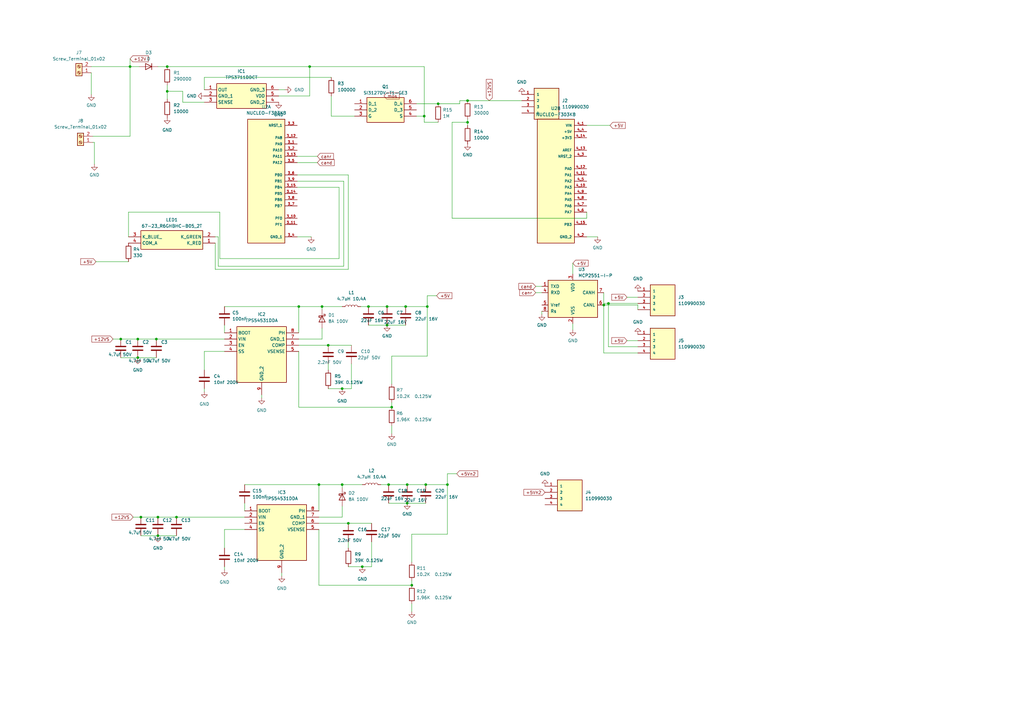
<source format=kicad_sch>
(kicad_sch (version 20230121) (generator eeschema)
  (paper "A3")
  (lib_symbols
    (symbol "110990030:110990030" (pin_names (offset 1.016))
      (property "Reference" "J" (at -5.08 5.842 0))
      (property "Value" "110990030" (at -5.08 -8.382 0))
      (symbol "110990030_0_0"
        (rectangle (start -5.08 -7.62) (end 5.08 5.08) (stroke (width 0.254)) (fill (type background)))
        (pin passive line (at -10.16 2.54 0) (length 5.08) (name "1") (number "1"))
        (pin passive line (at -10.16 0 0) (length 5.08) (name "2") (number "2"))
        (pin passive line (at -10.16 -2.54 0) (length 5.08) (name "3") (number "3"))
        (pin passive line (at -10.16 -5.08 0) (length 5.08) (name "4") (number "4"))
      )
    )
    (symbol "67-23_R6GHBHC-B05_2T:67-23_R6GHBHC-B05_2T"
      (property "Reference" "LED" (at 31.75 7.62 0))
      (property "Value" "67-23_R6GHBHC-B05_2T" (at 31.75 5.08 0))
      (symbol "67-23_R6GHBHC-B05_2T_1_1"
        (rectangle (start 5.08 2.54) (end 30.48 -5.08) (stroke (width 0.254)) (fill (type background)))
        (pin passive line (at 35.56 -2.54 180) (length 5.08) (name "K_RED") (number "1"))
        (pin passive line (at 35.56 0 180) (length 5.08) (name "K_GREEN") (number "2"))
        (pin passive line (at 0 0 0) (length 5.08) (name "K_BLUE_") (number "3"))
        (pin passive line (at 0 -2.54 0) (length 5.08) (name "COM_A") (number "4"))
      )
    )
    (symbol "Connector:Screw_Terminal_01x02" (pin_names (offset 1.016) hide)
      (property "Reference" "J" (at 0 2.54 0))
      (property "Value" "Screw_Terminal_01x02" (at 0 -5.08 0))
      (symbol "Screw_Terminal_01x02_1_1"
        (rectangle (start -1.27 1.27) (end 1.27 -3.81) (stroke (width 0.254)) (fill (type background)))
        (circle (center 0 -2.54) (radius 0.635) (stroke (width 0.1524)))
        (polyline (pts (xy -0.5334 -2.2098) (xy 0.3302 -3.048)) (stroke (width 0.1524)))
        (polyline (pts (xy -0.5334 0.3302) (xy 0.3302 -0.508)) (stroke (width 0.1524)))
        (polyline (pts (xy -0.3556 -2.032) (xy 0.508 -2.8702)) (stroke (width 0.1524)))
        (polyline (pts (xy -0.3556 0.508) (xy 0.508 -0.3302)) (stroke (width 0.1524)))
        (circle (center 0 0) (radius 0.635) (stroke (width 0.1524)))
        (pin passive line (at -5.08 0 0) (length 3.81) (name "Pin_1") (number "1"))
        (pin passive line (at -5.08 -2.54 0) (length 3.81) (name "Pin_2") (number "2"))
      )
    )
    (symbol "Device:C" (pin_numbers hide) (pin_names (offset 0.254))
      (property "Reference" "C" (at 0.635 2.54 0))
      (property "Value" "C" (at 0.635 -2.54 0))
      (symbol "C_0_1"
        (polyline (pts (xy -2.032 -0.762) (xy 2.032 -0.762)) (stroke (width 0.508)))
        (polyline (pts (xy -2.032 0.762) (xy 2.032 0.762)) (stroke (width 0.508)))
      )
      (symbol "C_1_1"
        (pin passive line (at 0 3.81 270) (length 2.794) (name "~") (number "1"))
        (pin passive line (at 0 -3.81 90) (length 2.794) (name "~") (number "2"))
      )
    )
    (symbol "Device:D" (pin_numbers hide) (pin_names (offset 1.016) hide)
      (property "Reference" "D" (at 0 2.54 0))
      (property "Value" "D" (at 0 -2.54 0))
      (symbol "D_0_1"
        (polyline (pts (xy -1.27 1.27) (xy -1.27 -1.27)) (stroke (width 0.254)))
        (polyline (pts (xy 1.27 0) (xy -1.27 0)))
        (polyline (pts (xy 1.27 1.27) (xy 1.27 -1.27) (xy -1.27 0) (xy 1.27 1.27)) (stroke (width 0.254)))
      )
      (symbol "D_1_1"
        (pin passive line (at -3.81 0 0) (length 2.54) (name "K") (number "1"))
        (pin passive line (at 3.81 0 180) (length 2.54) (name "A") (number "2"))
      )
    )
    (symbol "Device:D_Schottky" (pin_numbers hide) (pin_names (offset 1.016) hide)
      (property "Reference" "D" (at 0 2.54 0))
      (property "Value" "D_Schottky" (at 0 -2.54 0))
      (symbol "D_Schottky_0_1"
        (polyline (pts (xy 1.27 0) (xy -1.27 0)))
        (polyline (pts (xy 1.27 1.27) (xy 1.27 -1.27) (xy -1.27 0) (xy 1.27 1.27)) (stroke (width 0.254)))
        (polyline (pts (xy -1.905 0.635) (xy -1.905 1.27) (xy -1.27 1.27) (xy -1.27 -1.27) (xy -0.635 -1.27) (xy -0.635 -0.635)) (stroke (width 0.254)))
      )
      (symbol "D_Schottky_1_1"
        (pin passive line (at -3.81 0 0) (length 2.54) (name "K") (number "1"))
        (pin passive line (at 3.81 0 180) (length 2.54) (name "A") (number "2"))
      )
    )
    (symbol "Device:L" (pin_numbers hide) (pin_names (offset 1.016) hide)
      (property "Reference" "L" (at -1.27 0 90))
      (property "Value" "L" (at 1.905 0 90))
      (symbol "L_0_1"
        (arc (start 0 -2.54) (mid 0.6323 -1.905) (end 0 -1.27))
        (arc (start 0 -1.27) (mid 0.6323 -0.635) (end 0 0))
        (arc (start 0 0) (mid 0.6323 0.635) (end 0 1.27))
        (arc (start 0 1.27) (mid 0.6323 1.905) (end 0 2.54))
      )
      (symbol "L_1_1"
        (pin passive line (at 0 3.81 270) (length 1.27) (name "1") (number "1"))
        (pin passive line (at 0 -3.81 90) (length 1.27) (name "2") (number "2"))
      )
    )
    (symbol "Device:R" (pin_numbers hide) (pin_names (offset 0))
      (property "Reference" "R" (at 2.032 0 90))
      (property "Value" "R" (at 0 0 90))
      (symbol "R_0_1"
        (rectangle (start -1.016 -2.54) (end 1.016 2.54) (stroke (width 0.254)))
      )
      (symbol "R_1_1"
        (pin passive line (at 0 3.81 270) (length 1.27) (name "~") (number "1"))
        (pin passive line (at 0 -3.81 90) (length 1.27) (name "~") (number "2"))
      )
    )
    (symbol "Interface_CAN_LIN:MCP2551-I-P" (pin_names (offset 1.016))
      (property "Reference" "U" (at -10.16 8.89 0))
      (property "Value" "MCP2551-I-P" (at 2.54 8.89 0))
      (symbol "MCP2551-I-P_0_1"
        (rectangle (start -10.16 7.62) (end 10.16 -7.62) (stroke (width 0.254)) (fill (type background)))
      )
      (symbol "MCP2551-I-P_1_1"
        (pin input line (at -12.7 5.08 0) (length 2.54) (name "TXD") (number "1"))
        (pin power_in line (at 0 -10.16 90) (length 2.54) (name "VSS") (number "2"))
        (pin power_in line (at 0 10.16 270) (length 2.54) (name "VDD") (number "3"))
        (pin output line (at -12.7 2.54 0) (length 2.54) (name "RXD") (number "4"))
        (pin power_out line (at -12.7 -2.54 0) (length 2.54) (name "Vref") (number "5"))
        (pin bidirectional line (at 12.7 -2.54 180) (length 2.54) (name "CANL") (number "6"))
        (pin bidirectional line (at 12.7 2.54 180) (length 2.54) (name "CANH") (number "7"))
        (pin input line (at -12.7 -5.08 0) (length 2.54) (name "Rs") (number "8"))
      )
    )
    (symbol "NUCLEO-F303K8:NUCLEO-F303K8" (pin_names (offset 1.016))
      (property "Reference" "U" (at -7.6292 25.9456 0))
      (property "Value" "NUCLEO-F303K8" (at -7.6233 -27.7005 0))
      (symbol "NUCLEO-F303K8_1_0"
        (rectangle (start -7.62 -25.4) (end 7.62 25.4) (stroke (width 0.254)) (fill (type background)))
        (pin bidirectional line (at 12.7 15.24 180) (length 5.08) (name "PA9") (number "3_1"))
        (pin bidirectional line (at 12.7 -15.24 180) (length 5.08) (name "PF0") (number "3_10"))
        (pin bidirectional line (at 12.7 -17.78 180) (length 5.08) (name "PF1") (number "3_11"))
        (pin bidirectional line (at 12.7 17.78 180) (length 5.08) (name "PA8") (number "3_12"))
        (pin bidirectional line (at 12.7 10.16 180) (length 5.08) (name "PA11") (number "3_13"))
        (pin bidirectional line (at 12.7 -5.08 180) (length 5.08) (name "PB5") (number "3_14"))
        (pin bidirectional line (at 12.7 -2.54 180) (length 5.08) (name "PB4") (number "3_15"))
        (pin bidirectional line (at 12.7 12.7 180) (length 5.08) (name "PA10") (number "3_2"))
        (pin bidirectional line (at 12.7 22.86 180) (length 5.08) (name "NRST_1") (number "3_3"))
        (pin power_in line (at 12.7 -22.86 180) (length 5.08) (name "GND_1") (number "3_4"))
        (pin bidirectional line (at 12.7 7.62 180) (length 5.08) (name "PA12") (number "3_5"))
        (pin bidirectional line (at 12.7 2.54 180) (length 5.08) (name "PB0") (number "3_6"))
        (pin bidirectional line (at 12.7 -10.16 180) (length 5.08) (name "PB7") (number "3_7"))
        (pin bidirectional line (at 12.7 -7.62 180) (length 5.08) (name "PB6") (number "3_8"))
        (pin bidirectional line (at 12.7 0 180) (length 5.08) (name "PB1") (number "3_9"))
      )
      (symbol "NUCLEO-F303K8_2_0"
        (rectangle (start -7.62 -25.4) (end 7.62 25.4) (stroke (width 0.254)) (fill (type background)))
        (pin power_in line (at 12.7 22.86 180) (length 5.08) (name "VIN") (number "4_1"))
        (pin bidirectional line (at 12.7 -2.54 180) (length 5.08) (name "PA3") (number "4_10"))
        (pin bidirectional line (at 12.7 2.54 180) (length 5.08) (name "PA1") (number "4_11"))
        (pin bidirectional line (at 12.7 5.08 180) (length 5.08) (name "PA0") (number "4_12"))
        (pin bidirectional line (at 12.7 12.7 180) (length 5.08) (name "AREF") (number "4_13"))
        (pin power_in line (at 12.7 17.78 180) (length 5.08) (name "+3V3") (number "4_14"))
        (pin bidirectional line (at 12.7 -17.78 180) (length 5.08) (name "PB3") (number "4_15"))
        (pin power_in line (at 12.7 -22.86 180) (length 5.08) (name "GND_2") (number "4_2"))
        (pin bidirectional line (at 12.7 10.16 180) (length 5.08) (name "NRST_2") (number "4_3"))
        (pin power_in line (at 12.7 20.32 180) (length 5.08) (name "+5V") (number "4_4"))
        (pin bidirectional line (at 12.7 0 180) (length 5.08) (name "PA2") (number "4_5"))
        (pin bidirectional line (at 12.7 -12.7 180) (length 5.08) (name "PA7") (number "4_6"))
        (pin bidirectional line (at 12.7 -10.16 180) (length 5.08) (name "PA6") (number "4_7"))
        (pin bidirectional line (at 12.7 -7.62 180) (length 5.08) (name "PA5") (number "4_8"))
        (pin bidirectional line (at 12.7 -5.08 180) (length 5.08) (name "PA4") (number "4_9"))
      )
    )
    (symbol "SI3127DV-T1-GE3:SI3127DV-T1-GE3"
      (property "Reference" "Q" (at 21.59 7.62 0))
      (property "Value" "SI3127DV-T1-GE3" (at 21.59 5.08 0))
      (symbol "SI3127DV-T1-GE3_1_1"
        (rectangle (start 5.08 2.54) (end 20.32 -7.62) (stroke (width 0.254)) (fill (type background)))
        (pin passive line (at 0 0 0) (length 5.08) (name "D_1") (number "1"))
        (pin passive line (at 0 -2.54 0) (length 5.08) (name "D_2") (number "2"))
        (pin passive line (at 0 -5.08 0) (length 5.08) (name "G") (number "3"))
        (pin passive line (at 25.4 -5.08 180) (length 5.08) (name "S") (number "4"))
        (pin passive line (at 25.4 -2.54 180) (length 5.08) (name "D_3") (number "5"))
        (pin passive line (at 25.4 0 180) (length 5.08) (name "D_4") (number "6"))
      )
    )
    (symbol "SamacSys_Parts:TPS54531DDA"
      (property "Reference" "IC" (at 26.67 7.62 0))
      (property "Value" "TPS54531DDA" (at 26.67 5.08 0))
      (symbol "TPS54531DDA_1_1"
        (rectangle (start 5.08 2.54) (end 25.4 -20.32) (stroke (width 0.254)) (fill (type background)))
        (pin passive line (at 0 0 0) (length 5.08) (name "BOOT") (number "1"))
        (pin passive line (at 0 -2.54 0) (length 5.08) (name "VIN") (number "2"))
        (pin passive line (at 0 -5.08 0) (length 5.08) (name "EN") (number "3"))
        (pin passive line (at 0 -7.62 0) (length 5.08) (name "SS") (number "4"))
        (pin passive line (at 30.48 -7.62 180) (length 5.08) (name "VSENSE") (number "5"))
        (pin passive line (at 30.48 -5.08 180) (length 5.08) (name "COMP") (number "6"))
        (pin passive line (at 30.48 -2.54 180) (length 5.08) (name "GND_1") (number "7"))
        (pin passive line (at 30.48 0 180) (length 5.08) (name "PH") (number "8"))
        (pin passive line (at 15.24 -25.4 90) (length 5.08) (name "GND_2") (number "9"))
      )
    )
    (symbol "TPS3711DDCT:TPS3711DDCT"
      (property "Reference" "IC" (at 26.67 7.62 0))
      (property "Value" "TPS3711DDCT" (at 26.67 5.08 0))
      (symbol "TPS3711DDCT_1_1"
        (rectangle (start 5.08 2.54) (end 25.4 -7.62) (stroke (width 0.254)) (fill (type background)))
        (pin passive line (at 0 0 0) (length 5.08) (name "OUT") (number "1"))
        (pin passive line (at 0 -2.54 0) (length 5.08) (name "GND_1") (number "2"))
        (pin passive line (at 0 -5.08 0) (length 5.08) (name "SENSE") (number "3"))
        (pin passive line (at 30.48 -5.08 180) (length 5.08) (name "GND_2") (number "4"))
        (pin passive line (at 30.48 -2.54 180) (length 5.08) (name "VDD") (number "5"))
        (pin passive line (at 30.48 0 180) (length 5.08) (name "GND_3") (number "6"))
      )
    )
    (symbol "power:GND" (power) (pin_names (offset 0))
      (property "Value" "GND" (at 0 -3.81 0))
      (symbol "GND_0_1"
        (polyline (pts (xy 0 0) (xy 0 -1.27) (xy 1.27 -1.27) (xy 0 -2.54) (xy -1.27 -1.27) (xy 0 -1.27)))
      )
      (symbol "GND_1_1"
        (pin power_in line (at 0 0 270) (length 0) hide (name "GND") (number "1"))
      )
    )
  )
  (junction (at 68.58 37.465))
  (junction (at 166.37 125.73))
  (junction (at 68.58 27.305))
  (junction (at 191.77 50.165))
  (junction (at 57.785 212.09))
  (junction (at 64.135 139.065))
  (junction (at 56.515 146.685))
  (junction (at 140.335 159.385))
  (junction (at 175.26 125.73))
  (junction (at 179.705 42.545))
  (junction (at 151.13 125.73))
  (junction (at 142.875 214.63))
  (junction (at 158.75 133.35))
  (junction (at 167.005 206.375))
  (junction (at 159.385 198.755))
  (junction (at 167.005 198.755))
  (junction (at 49.53 139.065))
  (junction (at 64.77 212.09))
  (junction (at 249.555 124.46))
  (junction (at 72.39 212.09))
  (junction (at 148.59 232.41))
  (junction (at 191.77 41.275))
  (junction (at 134.62 141.605))
  (junction (at 130.81 198.755))
  (junction (at 158.75 125.73))
  (junction (at 160.655 167.005))
  (junction (at 122.555 125.73))
  (junction (at 183.515 198.755))
  (junction (at 53.34 27.305))
  (junction (at 173.99 47.625))
  (junction (at 247.65 125.095))
  (junction (at 140.335 198.755))
  (junction (at 132.08 125.73))
  (junction (at 127 27.305))
  (junction (at 174.625 198.755))
  (junction (at 64.77 219.71))
  (junction (at 168.91 240.03))
  (junction (at 56.515 139.065))
  (wire (pts (xy 114.3 39.37) (xy 127 39.37)))
  (wire (pts (xy 234.95 107.95) (xy 234.95 112.395)))
  (wire (pts (xy 187.325 194.31) (xy 183.515 194.31)))
  (wire (pts (xy 121.92 74.295) (xy 140.97 74.295)))
  (wire (pts (xy 88.265 110.49) (xy 88.265 99.695)))
  (wire (pts (xy 68.58 34.925) (xy 68.58 37.465)))
  (wire (pts (xy 144.145 159.385) (xy 140.335 159.385)))
  (wire (pts (xy 261.62 144.78) (xy 247.65 144.78)))
  (wire (pts (xy 64.77 27.305) (xy 68.58 27.305)))
  (wire (pts (xy 89.535 97.155) (xy 88.265 97.155)))
  (wire (pts (xy 219.71 117.475) (xy 222.25 117.475)))
  (wire (pts (xy 83.82 159.385) (xy 83.82 160.655)))
  (wire (pts (xy 170.815 42.545) (xy 179.705 42.545)))
  (wire (pts (xy 56.515 146.685) (xy 64.135 146.685)))
  (wire (pts (xy 127 27.305) (xy 127 39.37)))
  (wire (pts (xy 83.82 31.75) (xy 135.89 31.75)))
  (wire (pts (xy 130.81 198.755) (xy 140.335 198.755)))
  (wire (pts (xy 151.13 133.35) (xy 158.75 133.35)))
  (wire (pts (xy 159.385 198.755) (xy 167.005 198.755)))
  (wire (pts (xy 100.33 206.375) (xy 100.33 209.55)))
  (wire (pts (xy 72.39 212.09) (xy 100.33 212.09)))
  (wire (pts (xy 92.075 133.35) (xy 92.075 136.525)))
  (wire (pts (xy 179.705 42.545) (xy 188.595 42.545)))
  (wire (pts (xy 39.37 107.315) (xy 52.705 107.315)))
  (wire (pts (xy 219.71 120.015) (xy 222.25 120.015)))
  (wire (pts (xy 140.335 207.645) (xy 140.335 212.09)))
  (wire (pts (xy 107.315 161.925) (xy 107.315 163.195)))
  (wire (pts (xy 152.4 222.25) (xy 152.4 232.41)))
  (wire (pts (xy 257.175 139.7) (xy 261.62 139.7)))
  (wire (pts (xy 116.84 36.83) (xy 114.3 36.83)))
  (wire (pts (xy 68.58 27.305) (xy 127 27.305)))
  (wire (pts (xy 121.92 76.835) (xy 139.065 76.835)))
  (wire (pts (xy 151.13 125.73) (xy 158.75 125.73)))
  (wire (pts (xy 130.81 198.755) (xy 130.81 209.55)))
  (wire (pts (xy 83.82 36.83) (xy 83.82 31.75)))
  (wire (pts (xy 38.735 67.31) (xy 38.735 58.42)))
  (wire (pts (xy 135.89 39.37) (xy 135.89 47.625)))
  (wire (pts (xy 156.21 198.755) (xy 159.385 198.755)))
  (wire (pts (xy 142.875 71.755) (xy 142.875 110.49)))
  (wire (pts (xy 183.515 219.075) (xy 183.515 198.755)))
  (wire (pts (xy 139.065 106.045) (xy 139.065 76.835)))
  (wire (pts (xy 247.65 120.015) (xy 247.65 124.46)))
  (wire (pts (xy 74.93 37.465) (xy 74.93 41.91)))
  (wire (pts (xy 173.99 47.625) (xy 170.815 47.625)))
  (wire (pts (xy 68.58 37.465) (xy 74.93 37.465)))
  (wire (pts (xy 83.82 144.145) (xy 92.075 144.145)))
  (wire (pts (xy 37.465 29.845) (xy 37.465 38.735)))
  (wire (pts (xy 168.91 219.075) (xy 168.91 230.505)))
  (wire (pts (xy 100.33 198.755) (xy 130.81 198.755)))
  (wire (pts (xy 160.655 174.625) (xy 160.655 177.8)))
  (wire (pts (xy 213.995 41.275) (xy 191.77 41.275)))
  (wire (pts (xy 175.26 121.285) (xy 175.26 125.73)))
  (wire (pts (xy 53.34 24.13) (xy 53.34 27.305)))
  (wire (pts (xy 249.555 124.46) (xy 249.555 142.24)))
  (wire (pts (xy 191.77 50.165) (xy 191.77 51.435)))
  (wire (pts (xy 90.17 106.045) (xy 139.065 106.045)))
  (wire (pts (xy 240.665 86.995) (xy 240.665 89.535)))
  (wire (pts (xy 122.555 139.065) (xy 132.08 139.065)))
  (wire (pts (xy 90.17 86.995) (xy 90.17 106.045)))
  (wire (pts (xy 92.075 217.17) (xy 100.33 217.17)))
  (wire (pts (xy 122.555 125.73) (xy 122.555 136.525)))
  (wire (pts (xy 134.62 141.605) (xy 144.145 141.605)))
  (wire (pts (xy 38.735 58.42) (xy 38.1 58.42)))
  (wire (pts (xy 249.555 142.24) (xy 261.62 142.24)))
  (wire (pts (xy 49.53 146.685) (xy 56.515 146.685)))
  (wire (pts (xy 130.81 214.63) (xy 142.875 214.63)))
  (wire (pts (xy 52.705 97.155) (xy 52.705 86.995)))
  (wire (pts (xy 160.655 165.1) (xy 160.655 167.005)))
  (wire (pts (xy 74.93 41.91) (xy 83.82 41.91)))
  (wire (pts (xy 37.465 27.305) (xy 53.34 27.305)))
  (wire (pts (xy 92.075 232.41) (xy 92.075 233.68)))
  (wire (pts (xy 174.625 198.755) (xy 183.515 198.755)))
  (wire (pts (xy 173.99 50.165) (xy 173.99 47.625)))
  (wire (pts (xy 147.955 125.73) (xy 151.13 125.73)))
  (wire (pts (xy 185.42 89.535) (xy 185.42 50.165)))
  (wire (pts (xy 83.82 151.765) (xy 83.82 144.145)))
  (wire (pts (xy 130.81 240.03) (xy 168.91 240.03)))
  (wire (pts (xy 122.555 167.005) (xy 160.655 167.005)))
  (wire (pts (xy 130.81 217.17) (xy 130.81 240.03)))
  (wire (pts (xy 92.075 125.73) (xy 122.555 125.73)))
  (wire (pts (xy 148.59 232.41) (xy 142.875 232.41)))
  (wire (pts (xy 53.34 55.88) (xy 53.34 27.305)))
  (wire (pts (xy 89.535 109.22) (xy 89.535 97.155)))
  (wire (pts (xy 140.335 198.755) (xy 148.59 198.755)))
  (wire (pts (xy 168.91 247.65) (xy 168.91 250.825)))
  (wire (pts (xy 121.92 97.155) (xy 127.635 97.155)))
  (wire (pts (xy 53.34 27.305) (xy 57.15 27.305)))
  (wire (pts (xy 261.62 125.095) (xy 261.62 127)))
  (wire (pts (xy 132.08 134.62) (xy 132.08 139.065)))
  (wire (pts (xy 247.65 125.095) (xy 261.62 125.095)))
  (wire (pts (xy 179.705 50.165) (xy 173.99 50.165)))
  (wire (pts (xy 130.81 212.09) (xy 140.335 212.09)))
  (wire (pts (xy 64.77 219.71) (xy 72.39 219.71)))
  (wire (pts (xy 140.335 159.385) (xy 134.62 159.385)))
  (wire (pts (xy 121.92 66.675) (xy 130.175 66.675)))
  (wire (pts (xy 188.595 41.275) (xy 191.77 41.275)))
  (wire (pts (xy 152.4 232.41) (xy 148.59 232.41)))
  (wire (pts (xy 188.595 42.545) (xy 188.595 41.275)))
  (wire (pts (xy 191.77 48.895) (xy 191.77 50.165)))
  (wire (pts (xy 167.005 206.375) (xy 174.625 206.375)))
  (wire (pts (xy 179.07 121.285) (xy 175.26 121.285)))
  (wire (pts (xy 115.57 234.95) (xy 115.57 236.22)))
  (wire (pts (xy 122.555 141.605) (xy 134.62 141.605)))
  (wire (pts (xy 64.77 212.09) (xy 72.39 212.09)))
  (wire (pts (xy 240.665 97.155) (xy 245.11 97.155)))
  (wire (pts (xy 122.555 125.73) (xy 132.08 125.73)))
  (wire (pts (xy 142.875 214.63) (xy 152.4 214.63)))
  (wire (pts (xy 142.875 222.25) (xy 142.875 224.79)))
  (wire (pts (xy 168.91 219.075) (xy 183.515 219.075)))
  (wire (pts (xy 121.92 64.135) (xy 130.175 64.135)))
  (wire (pts (xy 132.08 125.73) (xy 140.335 125.73)))
  (wire (pts (xy 160.655 146.05) (xy 160.655 157.48)))
  (wire (pts (xy 158.75 125.73) (xy 166.37 125.73)))
  (wire (pts (xy 173.99 27.305) (xy 173.99 47.625)))
  (wire (pts (xy 250.19 51.435) (xy 240.665 51.435)))
  (wire (pts (xy 140.335 198.755) (xy 140.335 200.025)))
  (wire (pts (xy 257.175 121.92) (xy 261.62 121.92)))
  (wire (pts (xy 144.145 149.225) (xy 144.145 159.385)))
  (wire (pts (xy 57.785 219.71) (xy 64.77 219.71)))
  (wire (pts (xy 158.75 133.35) (xy 166.37 133.35)))
  (wire (pts (xy 57.785 212.09) (xy 64.77 212.09)))
  (wire (pts (xy 49.53 139.065) (xy 56.515 139.065)))
  (wire (pts (xy 132.08 125.73) (xy 132.08 127)))
  (wire (pts (xy 64.135 139.065) (xy 92.075 139.065)))
  (wire (pts (xy 140.97 109.22) (xy 89.535 109.22)))
  (wire (pts (xy 247.65 144.78) (xy 247.65 125.095)))
  (wire (pts (xy 160.655 146.05) (xy 175.26 146.05)))
  (wire (pts (xy 222.25 127.635) (xy 222.25 128.905)))
  (wire (pts (xy 68.58 37.465) (xy 68.58 40.64)))
  (wire (pts (xy 185.42 50.165) (xy 191.77 50.165)))
  (wire (pts (xy 183.515 194.31) (xy 183.515 198.755)))
  (wire (pts (xy 240.665 89.535) (xy 185.42 89.535)))
  (wire (pts (xy 52.705 86.995) (xy 90.17 86.995)))
  (wire (pts (xy 249.555 124.46) (xy 261.62 124.46)))
  (wire (pts (xy 127 27.305) (xy 173.99 27.305)))
  (wire (pts (xy 134.62 149.225) (xy 134.62 151.765)))
  (wire (pts (xy 121.92 71.755) (xy 142.875 71.755)))
  (wire (pts (xy 159.385 206.375) (xy 167.005 206.375)))
  (wire (pts (xy 140.97 74.295) (xy 140.97 109.22)))
  (wire (pts (xy 92.075 224.79) (xy 92.075 217.17)))
  (wire (pts (xy 46.355 139.065) (xy 49.53 139.065)))
  (wire (pts (xy 247.65 124.46) (xy 249.555 124.46)))
  (wire (pts (xy 122.555 144.145) (xy 122.555 167.005)))
  (wire (pts (xy 168.91 238.125) (xy 168.91 240.03)))
  (wire (pts (xy 54.61 212.09) (xy 57.785 212.09)))
  (wire (pts (xy 234.95 135.255) (xy 234.95 132.715)))
  (wire (pts (xy 142.875 110.49) (xy 88.265 110.49)))
  (wire (pts (xy 38.1 55.88) (xy 53.34 55.88)))
  (wire (pts (xy 175.26 146.05) (xy 175.26 125.73)))
  (wire (pts (xy 56.515 139.065) (xy 64.135 139.065)))
  (wire (pts (xy 167.005 198.755) (xy 174.625 198.755)))
  (wire (pts (xy 135.89 47.625) (xy 145.415 47.625)))
  (wire (pts (xy 166.37 125.73) (xy 175.26 125.73)))
  (global_label "+5V" (shape input) (at 179.07 121.285 0) (property "Intersheetrefs" "${INTERSHEET_REFS}" (effects hide)))
  (global_label "mos" (shape input) (at 157.48 39.37 0) (property "Intersheetrefs" "${INTERSHEET_REFS}" (effects hide)))
  (global_label "canr" (shape input) (at 219.71 120.015 180) (property "Intersheetrefs" "${INTERSHEET_REFS}" (effects hide)))
  (global_label "+5V" (shape input) (at 257.175 139.7 180) (property "Intersheetrefs" "${INTERSHEET_REFS}" (effects hide)))
  (global_label "+12VS" (shape input) (at 200.66 41.275 90) (property "Intersheetrefs" "${INTERSHEET_REFS}" (effects hide)))
  (global_label "+12VS" (shape input) (at 46.355 139.065 180) (property "Intersheetrefs" "${INTERSHEET_REFS}" (effects hide)))
  (global_label "+5Vn2" (shape input) (at 223.52 201.93 180) (property "Intersheetrefs" "${INTERSHEET_REFS}" (effects hide)))
  (global_label "+5Vn2" (shape input) (at 187.325 194.31 0) (property "Intersheetrefs" "${INTERSHEET_REFS}" (effects hide)))
  (global_label "+5V" (shape input) (at 39.37 107.315 180) (property "Intersheetrefs" "${INTERSHEET_REFS}" (effects hide)))
  (global_label "+12V" (shape input) (at 53.34 24.13 0) (property "Intersheetrefs" "${INTERSHEET_REFS}" (effects hide)))
  (global_label "+5V" (shape input) (at 250.19 51.435 0) (property "Intersheetrefs" "${INTERSHEET_REFS}" (effects hide)))
  (global_label "canr" (shape input) (at 130.175 64.135 0) (property "Intersheetrefs" "${INTERSHEET_REFS}" (effects hide)))
  (global_label "cand" (shape input) (at 130.175 66.675 0) (property "Intersheetrefs" "${INTERSHEET_REFS}" (effects hide)))
  (global_label "cand" (shape input) (at 219.71 117.475 180) (property "Intersheetrefs" "${INTERSHEET_REFS}" (effects hide)))
  (global_label "+12VS" (shape input) (at 54.61 212.09 180) (property "Intersheetrefs" "${INTERSHEET_REFS}" (effects hide)))
  (global_label "+5V" (shape input) (at 234.95 107.95 0) (property "Intersheetrefs" "${INTERSHEET_REFS}" (effects hide)))
  (global_label "+5V" (shape input) (at 257.175 121.92 180) (property "Intersheetrefs" "${INTERSHEET_REFS}" (effects hide)))
  (symbol (lib_id "110990030:110990030") (at 224.155 41.275 0) (unit 1)
    (property "Reference" "J2" (at 230.505 41.275 0) (effects (justify left)))
    (property "Value" "110990030" (at 230.505 43.815 0) (effects (justify left)))
    (property "Description" "\n" (effects hide))
  )
  (symbol (lib_id "Device:D") (at 60.96 27.305 180) (unit 1)
    (property "Reference" "D3" (at 60.96 21.59 0))
    (property "Value" "D" (at 60.96 24.13 0))
    (property "Sim.Device" "D" (effects hide))
    (property "Sim.Pins" "1=K 2=A" (effects hide))
  )
  (symbol (lib_id "power:GND") (at 68.58 48.26 0) (unit 1)
    (property "Reference" "#PWR03" (effects hide))
    (property "Value" "GND" (at 68.58 53.34 0))
  )
  (symbol (lib_id "Device:C") (at 64.77 215.9 0) (unit 1)
    (property "Reference" "C12" (at 66.675 213.36 0) (effects (justify left)))
    (property "Value" "4.7uf 50V" (at 60.96 220.98 0) (effects (justify left)))
    (property "Footprint" "Capacitor_SMD:C_0805_2012Metric" (effects hide))
    (property "Datasheet" "https://docs.rs-online.com/dbe8/0900766b814fe827.pdf" (effects hide))
  )
  (symbol (lib_id "power:GND") (at 56.515 146.685 0) (unit 1)
    (property "Reference" "#PWR08" (effects hide))
    (property "Value" "GND" (at 56.515 151.765 0))
  )
  (symbol (lib_id "power:GND") (at 107.315 163.195 0) (unit 1)
    (property "Reference" "#PWR013" (effects hide))
    (property "Value" "GND" (at 107.315 168.275 0))
  )
  (symbol (lib_id "Device:R") (at 191.77 45.085 0) (unit 1)
    (property "Reference" "R13" (at 194.31 43.815 0) (effects (justify left)))
    (property "Value" "30000" (at 194.31 46.355 0) (effects (justify left)))
  )
  (symbol (lib_id "power:GND") (at 148.59 232.41 0) (unit 1)
    (property "Reference" "#PWR021" (effects hide))
    (property "Value" "GND" (at 148.59 237.49 0))
  )
  (symbol (lib_id "Device:C") (at 49.53 142.875 0) (unit 1)
    (property "Reference" "C1" (at 51.435 140.335 0) (effects (justify left)))
    (property "Value" "4.7uf 50V" (at 44.45 145.415 0) (effects (justify left)))
    (property "Footprint" "Capacitor_SMD:C_0805_2012Metric" (effects hide))
    (property "Datasheet" "https://docs.rs-online.com/dbe8/0900766b814fe827.pdf" (effects hide))
  )
  (symbol (lib_id "power:GND") (at 115.57 236.22 0) (unit 1)
    (property "Reference" "#PWR020" (effects hide))
    (property "Value" "GND" (at 115.57 241.3 0))
  )
  (symbol (lib_id "Device:C") (at 64.135 142.875 0) (unit 1)
    (property "Reference" "C3" (at 66.04 140.335 0) (effects (justify left)))
    (property "Value" "4.7uf 50V" (at 60.325 147.955 0) (effects (justify left)))
    (property "Footprint" "Capacitor_SMD:C_0805_2012Metric" (effects hide))
    (property "Datasheet" "https://docs.rs-online.com/dbe8/0900766b814fe827.pdf" (effects hide))
  )
  (symbol (lib_id "Device:C") (at 142.875 218.44 0) (unit 1)
    (property "Reference" "C16" (at 146.685 217.17 0) (effects (justify left)))
    (property "Value" "2.2nF 50V" (at 138.43 221.615 0) (effects (justify left)))
    (property "Footprint" "Capacitor_SMD:C_0603_1608Metric" (effects hide))
    (property "Datasheet" "https://docs.rs-online.com/e5b3/0900766b81705d1e.pdf" (effects hide))
  )
  (symbol (lib_id "power:GND") (at 116.84 36.83 90) (unit 1)
    (property "Reference" "#PWR05" (effects hide))
    (property "Value" "GND" (at 120.65 36.83 90) (effects (justify right)))
  )
  (symbol (lib_id "Device:R") (at 52.705 103.505 0) (unit 1)
    (property "Reference" "R4" (at 54.61 102.235 0) (effects (justify left)))
    (property "Value" "330" (at 54.61 104.775 0) (effects (justify left)))
  )
  (symbol (lib_id "power:GND") (at 261.62 137.16 180) (unit 1)
    (property "Reference" "#PWR025" (effects hide))
    (property "Value" "GND" (at 261.62 132.08 0))
  )
  (symbol (lib_id "SamacSys_Parts:TPS54531DDA") (at 100.33 209.55 0) (unit 1)
    (property "Reference" "IC3" (at 115.57 201.93 0))
    (property "Value" "TPS54531DDA" (at 115.57 204.47 0))
    (property "Footprint" "SOIC127P600X170-9N" (effects hide))
    (property "Datasheet" "http://www.ti.com/lit/gpn/tps54531" (effects hide))
    (property "Height" "1.7" (effects hide))
    (property "Manufacturer_Name" "Texas Instruments" (effects hide))
    (property "Manufacturer_Part_Number" "TPS54531DDA" (effects hide))
    (property "Mouser Part Number" "595-TPS54531DDA" (effects hide))
    (property "Mouser Price/Stock" "https://www.mouser.co.uk/ProductDetail/Texas-Instruments/TPS54531DDA?qs=jA5Ki6243omoJVKISZs%2FBg%3D%3D" (effects hide))
    (property "Arrow Part Number" "TPS54531DDA" (effects hide))
    (property "Arrow Price/Stock" "https://www.arrow.com/en/products/tps54531dda/texas-instruments?region=nac" (effects hide))
  )
  (symbol (lib_id "Device:L") (at 152.4 198.755 90) (unit 1)
    (property "Reference" "L2" (at 152.4 193.04 90))
    (property "Value" "4.7uH 10.4A" (at 152.4 195.58 90))
    (property "Footprint" "Inductor_SMD:L_Wuerth_HCI-1040" (effects hide))
    (property "Datasheet" "https://docs.rs-online.com/6b16/0900766b8150ab18.pdf" (effects hide))
  )
  (symbol (lib_id "Interface_CAN_LIN:MCP2551-I-P") (at 234.95 122.555 0) (unit 1)
    (property "Reference" "U3" (at 237.1441 110.49 0) (effects (justify left)))
    (property "Value" "MCP2551-I-P" (at 237.1441 113.03 0) (effects (justify left)))
    (property "Footprint" "Package_DIP:DIP-8_W7.62mm" (effects hide))
    (property "Datasheet" "http://ww1.microchip.com/downloads/en/devicedoc/21667d.pdf" (effects hide))
  )
  (symbol (lib_id "power:GND") (at 37.465 38.735 0) (unit 1)
    (property "Reference" "#PWR01" (effects hide))
    (property "Value" "GND" (at 37.465 43.18 0))
  )
  (symbol (lib_id "110990030:110990030") (at 271.78 139.7 0) (unit 1)
    (property "Reference" "J5" (at 278.13 139.7 0) (effects (justify left)))
    (property "Value" "110990030" (at 278.13 142.24 0) (effects (justify left)))
    (property "Description" "\n" (effects hide))
  )
  (symbol (lib_id "Device:R") (at 135.89 35.56 0) (unit 1)
    (property "Reference" "R3" (at 138.43 34.29 0) (effects (justify left)))
    (property "Value" "100000" (at 138.43 36.83 0) (effects (justify left)))
  )
  (symbol (lib_id "Device:C") (at 167.005 202.565 0) (unit 1)
    (property "Reference" "C19" (at 170.815 201.295 0) (effects (justify left)))
    (property "Value" "22uF 16V" (at 165.735 205.105 0) (effects (justify left)))
    (property "Footprint" "Capacitor_SMD:C_0805_2012Metric" (effects hide))
    (property "Datasheet" "https://docs.rs-online.com/c12d/0900766b814fe8cc.pdf" (effects hide))
  )
  (symbol (lib_id "Device:R") (at 179.705 46.355 0) (unit 1)
    (property "Reference" "R15" (at 181.61 45.085 0) (effects (justify left)))
    (property "Value" "1M" (at 181.61 47.625 0) (effects (justify left)))
  )
  (symbol (lib_id "Device:C") (at 174.625 202.565 0) (unit 1)
    (property "Reference" "C20" (at 178.435 201.295 0) (effects (justify left)))
    (property "Value" "22uF 16V" (at 178.435 203.835 0) (effects (justify left)))
    (property "Footprint" "Capacitor_SMD:C_0805_2012Metric" (effects hide))
    (property "Datasheet" "https://docs.rs-online.com/c12d/0900766b814fe8cc.pdf" (effects hide))
  )
  (symbol (lib_id "Device:C") (at 72.39 215.9 0) (unit 1)
    (property "Reference" "C13" (at 74.295 213.36 0) (effects (justify left)))
    (property "Value" "4.7uf 50V" (at 68.58 220.98 0) (effects (justify left)))
    (property "Footprint" "Capacitor_SMD:C_0805_2012Metric" (effects hide))
    (property "Datasheet" "https://docs.rs-online.com/dbe8/0900766b814fe827.pdf" (effects hide))
  )
  (symbol (lib_id "Device:R") (at 134.62 155.575 0) (unit 1)
    (property "Reference" "R5" (at 137.16 154.305 0) (effects (justify left)))
    (property "Value" "39K 0.125W" (at 137.16 156.845 0) (effects (justify left)))
    (property "Footprint" "Capacitor_SMD:C_0805_2012Metric" (effects hide))
    (property "Datasheet" "https://docs.rs-online.com/3b75/0900766b80d98b26.pdf" (effects hide))
  )
  (symbol (lib_id "power:GND") (at 140.335 159.385 0) (unit 1)
    (property "Reference" "#PWR012" (effects hide))
    (property "Value" "GND" (at 140.335 164.465 0))
  )
  (symbol (lib_id "Device:D_Schottky") (at 132.08 130.81 270) (unit 1)
    (property "Reference" "D1" (at 134.62 129.2225 90) (effects (justify left)))
    (property "Value" "8A 100V" (at 134.62 131.7625 90) (effects (justify left)))
    (property "Footprint" "Package_TO_SOT_SMD:TO-277A" (effects hide))
    (property "Datasheet" "https://docs.rs-online.com/d38c/0900766b80e540ab.pdf" (effects hide))
  )
  (symbol (lib_id "power:GND") (at 83.82 39.37 270) (unit 1)
    (property "Reference" "#PWR02" (effects hide))
    (property "Value" "GND" (at 80.645 39.37 90) (effects (justify right)))
  )
  (symbol (lib_id "Device:R") (at 160.655 161.29 0) (unit 1)
    (property "Reference" "R7" (at 162.56 160.02 0) (effects (justify left)))
    (property "Value" "10.2K  0.125W" (at 162.56 162.56 0) (effects (justify left)))
    (property "Footprint" "Capacitor_SMD:C_0805_2012Metric" (effects hide))
    (property "Datasheet" "https://docs.rs-online.com/3b75/0900766b80d98b26.pdf" (effects hide))
  )
  (symbol (lib_id "Device:C") (at 56.515 142.875 0) (unit 1)
    (property "Reference" "C2" (at 58.42 140.335 0) (effects (justify left)))
    (property "Value" "4.7uf 50V" (at 52.705 147.955 0) (effects (justify left)))
    (property "Footprint" "Capacitor_SMD:C_0805_2012Metric" (effects hide))
    (property "Datasheet" "https://docs.rs-online.com/dbe8/0900766b814fe827.pdf" (effects hide))
  )
  (symbol (lib_id "power:GND") (at 127.635 97.155 0) (unit 1)
    (property "Reference" "#PWR016" (effects hide))
    (property "Value" "GND" (at 127.635 102.235 0))
  )
  (symbol (lib_id "power:GND") (at 223.52 199.39 180) (unit 1)
    (property "Reference" "#PWR024" (effects hide))
    (property "Value" "GND" (at 223.52 194.31 0))
  )
  (symbol (lib_id "TPS3711DDCT:TPS3711DDCT") (at 83.82 36.83 0) (unit 1)
    (property "Reference" "IC1" (at 99.06 29.21 0))
    (property "Value" "TPS3711DDCT" (at 99.06 31.75 0))
    (property "Footprint" "SOT95P280X110-6N" (effects hide))
    (property "Datasheet" "https://www.ti.com/lit/ds/symlink/tps3711.pdf?ts=1607065144199&ref_url=https%253A%252F%252Fwww.ti.com%252Fstore%252Fti%252Fen%252Fp%252Fproduct%252F%253Fp%253DTPS3711DDCT%2526keyMatch%253DTPS3711DDCT%2526tisearch%253DSearch-EN-everything%2526usecase%253DO" (effects hide))
    (property "Height" "1.1" (effects hide))
    (property "Manufacturer_Name" "Texas Instruments" (effects hide))
    (property "Manufacturer_Part_Number" "TPS3711DDCT" (effects hide))
    (property "Mouser Part Number" "595-TPS3711DDCT" (effects hide))
    (property "Mouser Price/Stock" "https://www.mouser.co.uk/ProductDetail/Texas-Instruments/TPS3711DDCT?qs=8%2FmU9qzJpL%2F0WpwEKtinzA%3D%3D" (effects hide))
    (property "Arrow Part Number" "TPS3711DDCT" (effects hide))
    (property "Arrow Price/Stock" "https://www.arrow.com/en/products/tps3711ddct/texas-instruments" (effects hide))
  )
  (symbol (lib_id "67-23_R6GHBHC-B05_2T:67-23_R6GHBHC-B05_2T") (at 52.705 97.155 0) (unit 1)
    (property "Reference" "LED1" (at 70.485 90.17 0))
    (property "Value" "67-23_R6GHBHC-B05_2T" (at 70.485 92.71 0))
    (property "Footprint" "6723R6GHBHCB052T" (effects hide))
    (property "Height" "2.1" (effects hide))
    (property "Manufacturer_Name" "Everlight" (effects hide))
    (property "Manufacturer_Part_Number" "67-23/R6GHBHC-B05/2T" (effects hide))
  )
  (symbol (lib_id "power:GND") (at 222.25 128.905 0) (unit 1)
    (property "Reference" "#PWR017" (effects hide))
    (property "Value" "GND" (at 222.25 133.35 0))
  )
  (symbol (lib_id "power:GND") (at 158.75 133.35 0) (unit 1)
    (property "Reference" "#PWR010" (effects hide))
    (property "Value" "GND" (at 158.75 137.795 0))
  )
  (symbol (lib_id "Device:C") (at 144.145 145.415 0) (unit 1)
    (property "Reference" "C10" (at 147.955 144.145 0) (effects (justify left)))
    (property "Value" "22pF 50V" (at 146.685 146.685 0) (effects (justify left)))
    (property "Footprint" "Capacitor_SMD:C_0805_2012Metric" (effects hide))
    (property "Datasheet" "https://docs.rs-online.com/e5fa/0900766b817073cb.pdf" (effects hide))
  )
  (symbol (lib_id "Device:R") (at 68.58 31.115 0) (unit 1)
    (property "Reference" "R1" (at 71.12 29.845 0) (effects (justify left)))
    (property "Value" "290000" (at 71.12 32.385 0) (effects (justify left)))
  )
  (symbol (lib_id "power:GND") (at 191.77 59.055 0) (unit 1)
    (property "Reference" "#PWR027" (effects hide))
    (property "Value" "GND" (at 191.77 63.5 0))
  )
  (symbol (lib_id "power:GND") (at 38.735 67.31 0) (unit 1)
    (property "Reference" "#PWR026" (effects hide))
    (property "Value" "GND" (at 38.735 71.755 0))
  )
  (symbol (lib_id "power:GND") (at 92.075 233.68 0) (unit 1)
    (property "Reference" "#PWR019" (effects hide))
    (property "Value" "GND" (at 92.075 238.76 0))
  )
  (symbol (lib_id "Device:C") (at 100.33 202.565 0) (unit 1)
    (property "Reference" "C15" (at 103.505 201.295 0) (effects (justify left)))
    (property "Value" "100nF" (at 103.505 203.835 0) (effects (justify left)))
  )
  (symbol (lib_id "Device:C") (at 92.075 228.6 0) (unit 1)
    (property "Reference" "C14" (at 95.885 227.33 0) (effects (justify left)))
    (property "Value" "10nf 200V" (at 95.885 229.87 0) (effects (justify left)))
    (property "Footprint" "Capacitor_SMD:C_0805_2012Metric" (effects hide))
    (property "Datasheet" "https://docs.rs-online.com/1934/0900766b81707394.pdf" (effects hide))
  )
  (symbol (lib_id "Connector:Screw_Terminal_01x02") (at 32.385 29.845 180) (unit 1)
    (property "Reference" "J7" (at 32.385 21.59 0))
    (property "Value" "Screw_Terminal_01x02" (at 32.385 24.13 0))
  )
  (symbol (lib_id "Device:C") (at 158.75 129.54 0) (unit 1)
    (property "Reference" "C7" (at 162.56 128.27 0) (effects (justify left)))
    (property "Value" "22uF 16V" (at 157.48 132.08 0) (effects (justify left)))
    (property "Footprint" "Capacitor_SMD:C_0805_2012Metric" (effects hide))
    (property "Datasheet" "https://docs.rs-online.com/c12d/0900766b814fe8cc.pdf" (effects hide))
  )
  (symbol (lib_id "power:GND") (at 64.77 219.71 0) (unit 1)
    (property "Reference" "#PWR018" (effects hide))
    (property "Value" "GND" (at 64.77 224.79 0))
  )
  (symbol (lib_id "NUCLEO-F303K8:NUCLEO-F303K8") (at 109.22 74.295 0) (unit 1)
    (property "Reference" "U2" (at 109.22 43.815 0))
    (property "Value" "NUCLEO-F303K8" (at 109.22 46.355 0))
    (property "PARTREV" "5" (effects hide))
  )
  (symbol (lib_id "Device:R") (at 68.58 44.45 0) (unit 1)
    (property "Reference" "R2" (at 71.12 43.18 0) (effects (justify left)))
    (property "Value" "10000" (at 71.12 45.72 0) (effects (justify left)))
  )
  (symbol (lib_id "Device:C") (at 83.82 155.575 0) (unit 1)
    (property "Reference" "C4" (at 87.63 154.305 0) (effects (justify left)))
    (property "Value" "10nf 200V" (at 87.63 156.845 0) (effects (justify left)))
    (property "Footprint" "Capacitor_SMD:C_0805_2012Metric" (effects hide))
    (property "Datasheet" "https://docs.rs-online.com/1934/0900766b81707394.pdf" (effects hide))
  )
  (symbol (lib_id "Device:C") (at 57.785 215.9 0) (unit 1)
    (property "Reference" "C11" (at 59.69 213.36 0) (effects (justify left)))
    (property "Value" "4.7uf 50V" (at 52.705 218.44 0) (effects (justify left)))
    (property "Footprint" "Capacitor_SMD:C_0805_2012Metric" (effects hide))
    (property "Datasheet" "https://docs.rs-online.com/dbe8/0900766b814fe827.pdf" (effects hide))
  )
  (symbol (lib_id "power:GND") (at 83.82 160.655 0) (unit 1)
    (property "Reference" "#PWR09" (effects hide))
    (property "Value" "GND" (at 83.82 165.735 0))
  )
  (symbol (lib_id "power:GND") (at 261.62 119.38 180) (unit 1)
    (property "Reference" "#PWR07" (effects hide))
    (property "Value" "GND" (at 261.62 114.3 0))
  )
  (symbol (lib_id "Connector:Screw_Terminal_01x02") (at 33.02 58.42 180) (unit 1)
    (property "Reference" "J8" (at 33.02 49.53 0))
    (property "Value" "Screw_Terminal_01x02" (at 33.02 52.07 0))
  )
  (symbol (lib_id "110990030:110990030") (at 233.68 201.93 0) (unit 1)
    (property "Reference" "J4" (at 240.03 201.93 0) (effects (justify left)))
    (property "Value" "110990030" (at 240.03 204.47 0) (effects (justify left)))
    (property "Description" "\n" (effects hide))
  )
  (symbol (lib_id "Device:C") (at 152.4 218.44 0) (unit 1)
    (property "Reference" "C17" (at 156.21 217.17 0) (effects (justify left)))
    (property "Value" "22pF 50V" (at 154.94 219.71 0) (effects (justify left)))
    (property "Footprint" "Capacitor_SMD:C_0805_2012Metric" (effects hide))
    (property "Datasheet" "https://docs.rs-online.com/e5fa/0900766b817073cb.pdf" (effects hide))
  )
  (symbol (lib_id "Device:C") (at 166.37 129.54 0) (unit 1)
    (property "Reference" "C8" (at 170.18 128.27 0) (effects (justify left)))
    (property "Value" "22uF 16V" (at 170.18 130.81 0) (effects (justify left)))
    (property "Footprint" "Capacitor_SMD:C_0805_2012Metric" (effects hide))
    (property "Datasheet" "https://docs.rs-online.com/c12d/0900766b814fe8cc.pdf" (effects hide))
  )
  (symbol (lib_id "SI3127DV-T1-GE3:SI3127DV-T1-GE3") (at 145.415 42.545 0) (unit 1)
    (property "Reference" "Q1" (at 158.115 35.56 0))
    (property "Value" "SI3127DV-T1-GE3" (at 158.115 38.1 0))
    (property "Footprint" "SOT95P284X110-6N" (effects hide))
    (property "Datasheet" "https://www.vishay.com/docs/64282/si3127dv.pdf" (effects hide))
    (property "Height" "1.1" (effects hide))
    (property "Manufacturer_Name" "Vishay" (effects hide))
    (property "Manufacturer_Part_Number" "SI3127DV-T1-GE3" (effects hide))
    (property "Mouser Part Number" "78-SI3127DV-T1-GE3" (effects hide))
    (property "Mouser Price/Stock" "https://www.mouser.co.uk/ProductDetail/Vishay-Siliconix/SI3127DV-T1-GE3?qs=nKAiUEXvm%2FB6ugBbItgo7Q%3D%3D" (effects hide))
    (property "Arrow Part Number" "SI3127DV-T1-GE3" (effects hide))
    (property "Arrow Price/Stock" "https://www.arrow.com/en/products/si3127dv-t1-ge3/vishay?region=nac" (effects hide))
  )
  (symbol (lib_id "Device:D_Schottky") (at 140.335 203.835 270) (unit 1)
    (property "Reference" "D2" (at 142.875 202.2475 90) (effects (justify left)))
    (property "Value" "8A 100V" (at 142.875 204.7875 90) (effects (justify left)))
    (property "Footprint" "Package_TO_SOT_SMD:TO-277A" (effects hide))
    (property "Datasheet" "https://docs.rs-online.com/d38c/0900766b80e540ab.pdf" (effects hide))
  )
  (symbol (lib_id "Device:C") (at 92.075 129.54 0) (unit 1)
    (property "Reference" "C5" (at 95.25 128.27 0) (effects (justify left)))
    (property "Value" "100nF" (at 95.25 130.81 0) (effects (justify left)))
  )
  (symbol (lib_id "power:GND") (at 234.95 135.255 0) (unit 1)
    (property "Reference" "#PWR011" (effects hide))
    (property "Value" "GND" (at 234.95 139.7 0))
  )
  (symbol (lib_id "Device:R") (at 160.655 170.815 180) (unit 1)
    (property "Reference" "R6" (at 162.56 169.545 0) (effects (justify right)))
    (property "Value" "1.96K  0.125W" (at 162.56 172.085 0) (effects (justify right)))
    (property "Footprint" "Capacitor_SMD:C_0805_2012Metric" (effects hide))
    (property "Datasheet" "https://docs.rs-online.com/3b75/0900766b80d98b26.pdf" (effects hide))
  )
  (symbol (lib_id "power:GND") (at 167.005 206.375 0) (unit 1)
    (property "Reference" "#PWR022" (effects hide))
    (property "Value" "GND" (at 167.005 210.82 0))
  )
  (symbol (lib_id "Device:R") (at 168.91 243.84 180) (unit 1)
    (property "Reference" "R12" (at 170.815 242.57 0) (effects (justify right)))
    (property "Value" "1.96K  0.125W" (at 170.815 245.11 0) (effects (justify right)))
    (property "Footprint" "Capacitor_SMD:C_0805_2012Metric" (effects hide))
    (property "Datasheet" "https://docs.rs-online.com/3b75/0900766b80d98b26.pdf" (effects hide))
  )
  (symbol (lib_id "Device:C") (at 159.385 202.565 0) (unit 1)
    (property "Reference" "C18" (at 163.195 201.295 0) (effects (justify left)))
    (property "Value" "22uF 16V" (at 156.21 204.47 0) (effects (justify left)))
    (property "Footprint" "Capacitor_SMD:C_0805_2012Metric" (effects hide))
    (property "Datasheet" "https://docs.rs-online.com/c12d/0900766b814fe8cc.pdf" (effects hide))
  )
  (symbol (lib_id "SamacSys_Parts:TPS54531DDA") (at 92.075 136.525 0) (unit 1)
    (property "Reference" "IC2" (at 107.315 128.905 0))
    (property "Value" "TPS54531DDA" (at 107.315 131.445 0))
    (property "Footprint" "SOIC127P600X170-9N" (effects hide))
    (property "Datasheet" "http://www.ti.com/lit/gpn/tps54531" (effects hide))
    (property "Height" "1.7" (effects hide))
    (property "Manufacturer_Name" "Texas Instruments" (effects hide))
    (property "Manufacturer_Part_Number" "TPS54531DDA" (effects hide))
    (property "Mouser Part Number" "595-TPS54531DDA" (effects hide))
    (property "Mouser Price/Stock" "https://www.mouser.co.uk/ProductDetail/Texas-Instruments/TPS54531DDA?qs=jA5Ki6243omoJVKISZs%2FBg%3D%3D" (effects hide))
    (property "Arrow Part Number" "TPS54531DDA" (effects hide))
    (property "Arrow Price/Stock" "https://www.arrow.com/en/products/tps54531dda/texas-instruments?region=nac" (effects hide))
  )
  (symbol (lib_id "NUCLEO-F303K8:NUCLEO-F303K8") (at 227.965 74.295 0) (unit 2)
    (property "Reference" "U2" (at 227.965 44.45 0))
    (property "Value" "NUCLEO-F303K8" (at 227.965 46.99 0))
    (property "PARTREV" "5" (effects hide))
  )
  (symbol (lib_id "Device:R") (at 142.875 228.6 0) (unit 1)
    (property "Reference" "R9" (at 145.415 227.33 0) (effects (justify left)))
    (property "Value" "39K 0.125W" (at 145.415 229.87 0) (effects (justify left)))
    (property "Footprint" "Capacitor_SMD:C_0805_2012Metric" (effects hide))
    (property "Datasheet" "https://docs.rs-online.com/3b75/0900766b80d98b26.pdf" (effects hide))
  )
  (symbol (lib_id "power:GND") (at 168.91 250.825 0) (unit 1)
    (property "Reference" "#PWR023" (effects hide))
    (property "Value" "GND" (at 168.91 255.27 0))
  )
  (symbol (lib_id "Device:C") (at 151.13 129.54 0) (unit 1)
    (property "Reference" "C6" (at 154.94 128.27 0) (effects (justify left)))
    (property "Value" "22uF 16V" (at 147.955 131.445 0) (effects (justify left)))
    (property "Footprint" "Capacitor_SMD:C_0805_2012Metric" (effects hide))
    (property "Datasheet" "https://docs.rs-online.com/c12d/0900766b814fe8cc.pdf" (effects hide))
  )
  (symbol (lib_id "110990030:110990030") (at 271.78 121.92 0) (unit 1)
    (property "Reference" "J3" (at 278.13 121.92 0) (effects (justify left)))
    (property "Value" "110990030" (at 278.13 124.46 0) (effects (justify left)))
    (property "Description" "\n" (effects hide))
  )
  (symbol (lib_id "Device:C") (at 134.62 145.415 0) (unit 1)
    (property "Reference" "C9" (at 138.43 144.145 0) (effects (justify left)))
    (property "Value" "2.2nF 50V" (at 130.175 148.59 0) (effects (justify left)))
    (property "Footprint" "Capacitor_SMD:C_0603_1608Metric" (effects hide))
    (property "Datasheet" "https://docs.rs-online.com/e5b3/0900766b81705d1e.pdf" (effects hide))
  )
  (symbol (lib_id "Device:R") (at 191.77 55.245 0) (unit 1)
    (property "Reference" "R14" (at 194.31 53.975 0) (effects (justify left)))
    (property "Value" "10000" (at 194.31 56.515 0) (effects (justify left)))
  )
  (symbol (lib_id "power:GND") (at 160.655 177.8 0) (unit 1)
    (property "Reference" "#PWR014" (effects hide))
    (property "Value" "GND" (at 160.655 182.245 0))
  )
  (symbol (lib_id "power:GND") (at 213.995 38.735 180) (unit 1)
    (property "Reference" "#PWR06" (effects hide))
    (property "Value" "GND" (at 213.995 33.655 0))
  )
  (symbol (lib_id "power:GND") (at 245.11 97.155 0) (unit 1)
    (property "Reference" "#PWR015" (effects hide))
    (property "Value" "GND" (at 245.11 101.6 0))
  )
  (symbol (lib_id "Device:L") (at 144.145 125.73 90) (unit 1)
    (property "Reference" "L1" (at 144.145 120.015 90))
    (property "Value" "4.7uH 10.4A" (at 144.145 122.555 90))
    (property "Footprint" "Inductor_SMD:L_Wuerth_HCI-1040" (effects hide))
    (property "Datasheet" "https://docs.rs-online.com/6b16/0900766b8150ab18.pdf" (effects hide))
  )
  (symbol (lib_id "Device:R") (at 168.91 234.315 0) (unit 1)
    (property "Reference" "R11" (at 170.815 233.045 0) (effects (justify left)))
    (property "Value" "10.2K  0.125W" (at 170.815 235.585 0) (effects (justify left)))
    (property "Footprint" "Capacitor_SMD:C_0805_2012Metric" (effects hide))
    (property "Datasheet" "https://docs.rs-online.com/3b75/0900766b80d98b26.pdf" (effects hide))
  )
  (symbol (lib_id "power:GND") (at 114.3 41.91 0) (unit 1)
    (property "Reference" "#PWR04" (effects hide))
    (property "Value" "GND" (at 114.3 46.99 0))
  )
)
</source>
